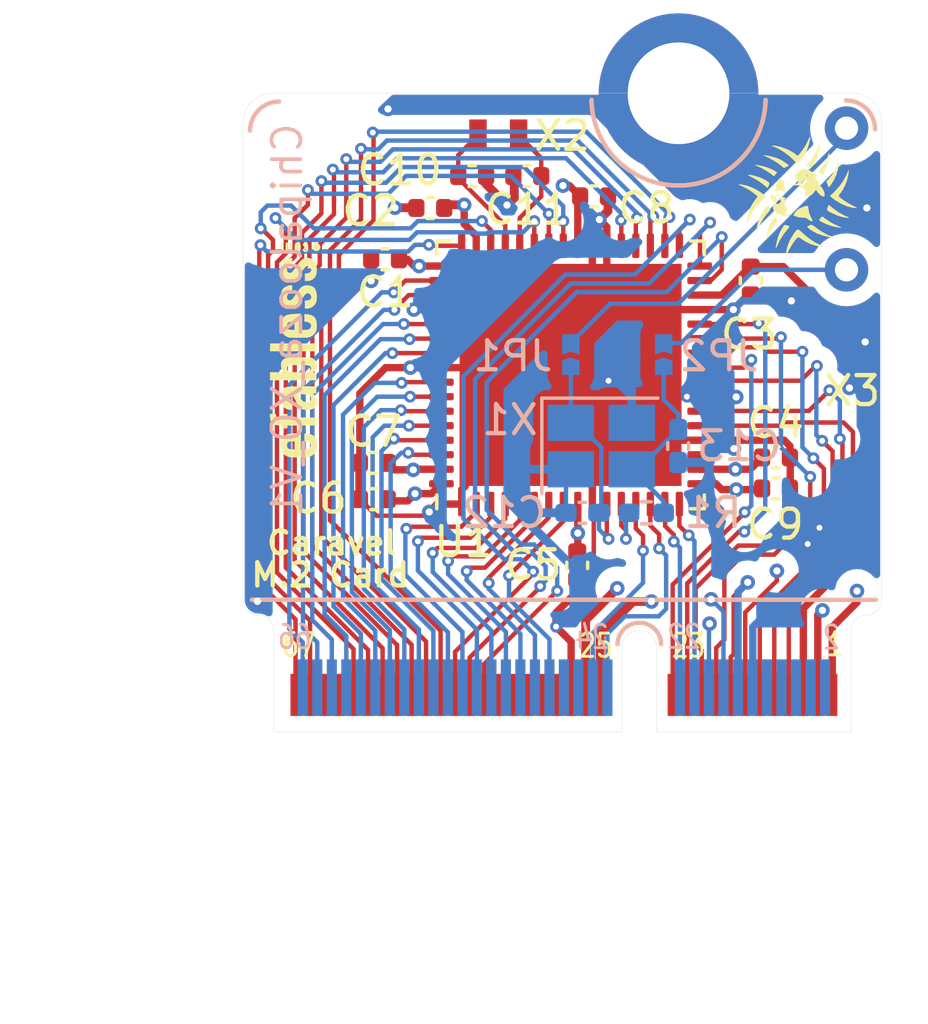
<source format=kicad_pcb>
(kicad_pcb (version 20240108) (generator "pcbnew") (generator_version "8.0")
  (title_block (title "Caravel Breakout board as M.2 Card ") (rev "1") (company "Efabless") (comment 1 "4-layer Design") (comment 2 "0.8mm PCB") (comment 3 "45 degree chamfered edge"))
  (layers (0 "F.Cu" signal) (1 "In1.Cu" power) (2 "In2.Cu" mixed) (31 "B.Cu" signal) (34 "B.Paste" user) (35 "F.Paste" user) (36 "B.SilkS" user "B.Silkscreen") (37 "F.SilkS" user "F.Silkscreen") (38 "B.Mask" user) (39 "F.Mask" user) (44 "Edge.Cuts" user))
  (net 0 "")
  (net 1 "GND")
  (net 2 "vccd2")
  (net 3 "vccd1")
  (net 4 "vdda2")
  (net 5 "vdda1")
  (net 6 "vddio")
  (net 7 "vdda")
  (net 8 "vccd")
  (net 14 "~{RST}")
  (net 15 "mprj_io[37]")
  (net 16 "xclk")
  (net 17 "mprj_io[36]")
  (net 18 "Caravel_CSB")
  (net 19 "mprj_io[35]")
  (net 20 "Caravel_D0")
  (net 21 "mprj_io[34]")
  (net 22 "Caravel_D1")
  (net 23 "gpio")
  (net 24 "Caravel_SCK")
  (net 25 "mprj_io[33]")
  (net 26 "mprj_io[32]")
  (net 28 "mprj_io[31]")
  (net 30 "mprj_io[30]")
  (net 32 "mprj_io[29]")
  (net 34 "mprj_io[28]")
  (net 36 "mprj_io[27]")
  (net 37 "mprj_io[0]")
  (net 38 "mprj_io[26]")
  (net 39 "mprj_io[1]_SDO")
  (net 40 "mprj_io[25]")
  (net 41 "mprj_io[2]_SDI")
  (net 42 "mprj_io[24]")
  (net 43 "mprj_io[3]_CSB")
  (net 44 "mprj_io[23]")
  (net 45 "mprj_io[4]_SCK")
  (net 46 "mprj_io[22]")
  (net 47 "mprj_io[5]_ser_rx")
  (net 48 "mprj_io[21]")
  (net 49 "mprj_io[6]_ser_tx")
  (net 50 "mprj_io[20]")
  (net 51 "mprj_io[7]")
  (net 52 "mprj_io[19]")
  (net 53 "mprj_io[8]")
  (net 54 "mprj_io[18]")
  (net 55 "mprj_io[9]")
  (net 56 "mprj_io[17]")
  (net 57 "mprj_io[10]")
  (net 58 "mprj_io[16]")
  (net 59 "mprj_io[11]")
  (net 60 "mprj_io[15]")
  (net 61 "mprj_io[12]")
  (net 62 "mprj_io[14]")
  (net 63 "mprj_io[13]")
  (net 69 "/hsxo_drive")
  (net 70 "/xin_lead")
  (net 71 "/xout_lead")
  (footprint "Capacitor_SMD:C_0402_1005Metric" (layer "F.Cu") (at 74.538729 24.053049)
    (property "Reference" "C8")
    (property "Value" "0.1uf")
  )
  (footprint "Capacitor_SMD:C_0402_1005Metric" (layer "F.Cu") (at 80.808729 34.113049 180)
    (property "Reference" "C9")
    (property "Value" "0.1uf")
  )
  (footprint "Capacitor_SMD:C_0402_1005Metric" (layer "F.Cu") (at 66.948729 34.483049)
    (property "Reference" "C6")
    (property "Value" "0.1uf")
  )
  (footprint "Capacitor_SMD:C_0402_1005Metric" (layer "F.Cu") (at 67.338729 26.223049)
    (property "Reference" "C1")
    (property "Value" "0.1uf")
  )
  (footprint "Capacitor_SMD:C_0402_1005Metric" (layer "F.Cu") (at 68.895129 24.453049 180)
    (property "Reference" "C2")
    (property "Value" "0.1uf")
  )
  (footprint "Capacitor_SMD:C_0402_1005Metric" (layer "F.Cu") (at 72.238729 23.353049 180)
    (property "Reference" "C11")
    (property "Value" "DNP")
  )
  (footprint "Caravel_Board:logo_small" (layer "F.Cu") (at 81.538729 24.053049)
    (property "Reference" "T1" (hide yes))
    (property "Value" "Logo" (hide yes))
  )
  (footprint "Capacitor_SMD:C_0402_1005Metric" (layer "F.Cu") (at 66.948729 33.233049)
    (property "Reference" "C7")
    (property "Value" "0.1uf")
  )
  (footprint "Caravel_Board:ef_logo" (layer "F.Cu") (at 64.238729 29.403049 90)
    (property "Reference" "T2" (hide yes))
    (property "Value" "Logo" (hide yes))
  )
  (footprint "Capacitor_SMD:C_0402_1005Metric" (layer "F.Cu") (at 79.938729 26.953049 -90)
    (property "Reference" "C3")
    (property "Value" "0.1uf")
  )
  (footprint "Package_DFN_QFN:QFN-64-1EP_9x9mm_P0.5mm_EP7.65x7.65mm" (layer "F.Cu") (at 73.728729 30.203049 90)
    (property "Reference" "U1")
    (property "Value" "Caravel")
  )
  (footprint "Capacitor_SMD:C_0402_1005Metric" (layer "F.Cu") (at 73.958729 36.763049 90)
    (property "Reference" "C5")
    (property "Value" "0.1uf")
  )
  (footprint "MicroMod-Sparkfun:MicroMod-M.2-CARD-E-22" (layer "F.Cu") (at 73.5 42.5)
    (property "Reference" "J1")
    (property "Value" "MICROMOD-2222-Generic")
    (fp_line (start -11.05 -21) (end -11.05 -4.55) (stroke (width 0.01)) (layer "Edge.Cuts"))
    (fp_line (start -10 0) (end -10 -3.5) (stroke (width 0.01)) (layer "Edge.Cuts"))
    (fp_line (start 2 -2.9) (end 2 0) (stroke (width 0.01)) (layer "Edge.Cuts"))
    (fp_line (start 2 0) (end -10 0) (stroke (width 0.01)) (layer "Edge.Cuts"))
    (fp_line (start 2.2 -22) (end -10.05 -22) (stroke (width 0.01)) (layer "Edge.Cuts"))
    (fp_line (start 3.2 -2.9) (end 3.2 0) (stroke (width 0.01)) (layer "Edge.Cuts"))
    (fp_line (start 9.9 -3.5) (end 9.9 0) (stroke (width 0.01)) (layer "Edge.Cuts"))
    (fp_line (start 9.9 0) (end 3.2 0) (stroke (width 0.01)) (layer "Edge.Cuts"))
    (fp_line (start 9.95 -22) (end 5.7 -22) (stroke (width 0.01)) (layer "Edge.Cuts"))
    (fp_line (start 10.95 -21) (end 10.95 -4.55) (stroke (width 0.01)) (layer "Edge.Cuts"))
    (fp_arc (start -11.05 -21) (mid -10.757106 -21.707106) (end -10.05 -22) (stroke (width 0.01)) (layer "Edge.Cuts"))
    (fp_arc (start -10.525 -4.025) (mid -10.896231 -4.178769) (end -11.05 -4.55) (stroke (width 0.01)) (layer "Edge.Cuts"))
    (fp_arc (start -10.525 -4.025) (mid -10.153769 -3.871231) (end -10 -3.5) (stroke (width 0.01)) (layer "Edge.Cuts"))
    (fp_arc (start 2 -2.9) (mid 2.6 -3.5) (end 3.2 -2.9) (stroke (width 0.01)) (layer "Edge.Cuts"))
    (fp_arc (start 5.7 -22) (mid 3.95 -20.25) (end 2.2 -22) (stroke (width 0.01)) (layer "Edge.Cuts"))
    (fp_arc (start 9.9 -3.5) (mid 10.053769 -3.871231) (end 10.425 -4.025) (stroke (width 0.01)) (layer "Edge.Cuts"))
    (fp_arc (start 9.95 -22) (mid 10.657107 -21.707107) (end 10.95 -21) (stroke (width 0.01)) (layer "Edge.Cuts"))
    (fp_arc (start 10.95 -4.55) (mid 10.796231 -4.178769) (end 10.425 -4.025) (stroke (width 0.01)) (layer "Edge.Cuts"))
  )
  (footprint "Capacitor_SMD:C_0402_1005Metric" (layer "F.Cu") (at 70.338729 23.353049 180)
    (property "Reference" "C10")
    (property "Value" "DNP")
  )
  (footprint "Crystal:Crystal_HC49-U_Vertical" (layer "F.Cu") (at 83.238729 21.703049 -90)
    (property "Reference" "X3")
    (property "Value" "4~6 MHz")
  )
  (footprint "Capacitor_SMD:C_0402_1005Metric" (layer "F.Cu") (at 80.808729 33.046249 180)
    (property "Reference" "C4")
    (property "Value" "0.1uf")
  )
  (footprint "Crystal:Crystal_SMD_2012-2Pin_2.0x1.2mm" (layer "F.Cu") (at 71.238729 21.953049)
    (property "Reference" "X2")
    (property "Value" "32.768 kHz")
  )
  (footprint "Fuse:Fuse_0402_1005Metric" (layer "B.Cu") (at 76.938729 29.553049 -90)
    (property "Reference" "JP2")
    (property "Value" "Jumper_2_Small_Open" (hide yes))
  )
  (footprint "Fuse:Fuse_0402_1005Metric" (layer "B.Cu") (at 73.738729 29.553049 -90)
    (property "Reference" "JP1")
    (property "Value" "Jumper_2_Small_Open" (hide yes))
  )
  (footprint "Capacitor_SMD:C_0402_1005Metric_Pad0.74x0.62mm_HandSolder" (layer "B.Cu") (at 77.438729 32.653049 -90)
    (property "Reference" "C13")
    (property "Value" "DNP")
  )
  (footprint "Crystal:Crystal_SMD_3225-4Pin_3.2x2.5mm" (layer "B.Cu") (at 74.788729 32.653049)
    (property "Reference" "X1")
    (property "Value" "8~16 MHz")
  )
  (footprint "Resistor_SMD:R_0402_1005Metric_Pad0.72x0.64mm_HandSolder" (layer "B.Cu") (at 76.338729 34.953049 180)
    (property "Reference" "R1")
    (property "Value" "DNP")
  )
  (footprint "Capacitor_SMD:C_0402_1005Metric_Pad0.74x0.62mm_HandSolder" (layer "B.Cu") (at 74.138729 34.953049)
    (property "Reference" "C12")
    (property "Value" "DNP")
  )
  (gr_text "Chipalooza_XO_V1" (at 64.55 21.45 90) (layer "B.SilkS") (effects (font (size 1 1) (thickness 0.127) (bold yes)) (justify left bottom mirror)))
  (gr_text "M.2 Card" (at 65.448729 37.093049 0) (layer "F.SilkS") (effects (font (size 0.8 0.8) (thickness 0.15) (bold yes))))
  (gr_text "Caravel" (at 65.508729 35.993049 0) (layer "F.SilkS") (effects (font (size 0.8 0.8) (thickness 0.15) (bold yes))))
  (segment (start 67.038729 35.053049) (end 68.728729 35.053049) (width 0.1524) (layer "F.Cu") (net 1))
  (segment (start 74.978729 25.106206) (end 74.978729 25.753049) (width 0.254) (layer "F.Cu") (net 1))
  (segment (start 80.288729 27.433049) (end 80.488729 27.633049) (width 0.254) (layer "F.Cu") (net 1))
  (segment (start 79.338729 27.953049) (end 79.858729 27.433049) (width 0.254) (layer "F.Cu") (net 1))
  (segment (start 66.858729 26.223049) (end 66.858729 26.963049) (width 0.254) (layer "F.Cu") (net 1))
  (segment (start 79.858729 27.433049) (end 80.288729 27.433049) (width 0.254) (layer "F.Cu") (net 1))
  (segment (start 78.178729 27.953049) (end 75.978729 27.953049) (width 0.254) (layer "F.Cu") (net 1))
  (segment (start 74.478729 34.653049) (end 74.478729 30.953049) (width 0.254) (layer "F.Cu") (net 1))
  (segment (start 73.228729 38.874349) (end 73.74892 39.39454) (width 0.254) (layer "F.Cu") (net 1))
  (segment (start 69.128729 34.653049) (end 68.858729 34.923049) (width 0.254) (layer "F.Cu") (net 1))
  (segment (start 73.958729 37.663049) (end 73.958729 37.243049) (width 0.254) (layer "F.Cu") (net 1))
  (segment (start 71.538729 24.353049) (end 71.790729 24.101049) (width 0.3048) (layer "F.Cu") (net 1))
  (segment (start 81.338729 27.653049) (end 80.508729 27.653049) (width 0.254) (layer "F.Cu") (net 1))
  (segment (start 78.178729 32.453049) (end 75.978729 32.453049) (width 0.254) (layer "F.Cu") (net 1))
  (segment (start 67.358729 29.953049) (end 68.208729 29.953049) (width 0.254) (layer "F.Cu") (net 1))
  (segment (start 74.978729 25.753049) (end 74.978729 28.953049) (width 0.254) (layer "F.Cu") (net 1))
  (segment (start 74.528729 36.673049) (end 73.958729 37.243049) (width 0.1524) (layer "F.Cu") (net 1))
  (segment (start 79.068729 32.453049) (end 78.178729 32.453049) (width 0.254) (layer "F.Cu") (net 1))
  (segment (start 66.468729 34.483049) (end 67.038729 35.053049) (width 0.1524) (layer "F.Cu") (net 1))
  (segment (start 71.538729 24.353049) (end 70.818729 23.633049) (width 0.3048) (layer "F.Cu") (net 1))
  (segment (start 78.178729 30.953049) (end 74.478729 30.953049) (width 0.254) (layer "F.Cu") (net 1))
  (segment (start 79.438729 30.963049) (end 79.428729 30.953049) (width 0.254) (layer "F.Cu") (net 1))
  (segment (start 69.278729 27.953049) (end 68.328729 27.953049) (width 0.254) (layer "F.Cu") (net 1))
  (segment (start 75.018729 24.55647) (end 74.723861 24.851338) (width 0.3048) (layer "F.Cu") (net 1))
  (segment (start 71.790729 24.101049) (end 71.790729 23.385049) (width 0.3048) (layer "F.Cu") (net 1))
  (segment (start 74.47175 25.103449) (end 74.47175 25.74607) (width 0.254) (layer "F.Cu") (net 1))
  (segment (start 81.088729 32.453049) (end 81.288729 32.653049) (width 0.254) (layer "F.Cu") (net 1))
  (segment (start 75.018729 24.053049) (end 75.018729 24.55647) (width 0.3048) (layer "F.Cu") (net 1))
  (segment (start 69.278729 29.953049) (end 68.208729 29.953049) (width 0.254) (layer "F.Cu") (net 1))
  (segment (start 69.978729 34.653049) (end 69.978729 34.156249) (width 0.254) (layer "F.Cu") (net 1))
  (segment (start 79.338729 27.953049) (end 78.178729 27.953049) (width 0.254) (layer "F.Cu") (net 1))
  (segment (start 73.74892 39.39454) (end 73.74892 41.22746) (width 0.254) (layer "F.Cu") (net 1))
  (segment (start 79.358729 32.743049) (end 79.068729 32.453049) (width 0.254) (layer "F.Cu") (net 1))
  (segment (start 74.723861 24.851338) (end 74.978729 25.106206) (width 0.254) (layer "F.Cu") (net 1))
  (segment (start 70.818729 23.633049) (end 70.818729 23.353049) (width 0.3048) (layer "F.Cu") (net 1))
  (segment (start 73.228729 38.874349) (end 73.228729 38.393049) (width 0.254) (layer "F.Cu") (net 1))
  (segment (start 68.728729 35.053049) (end 68.858729 34.923049) (width 0.1524) (layer "F.Cu") (net 1))
  (segment (start 69.278729 27.953049) (end 71.478729 27.953049) (width 0.254) (layer "F.Cu") (net 1))
  (segment (start 74.47175 25.74607) (end 74.478729 25.753049) (width 0.254) (layer "F.Cu") (net 1))
  (segment (start 81.298729 34.126449) (end 81.298729 33.059649) (width 0.254) (layer "F.Cu") (net 1))
  (segment (start 69.278729 29.953049) (end 73.478729 29.953049) (width 0.254) (layer "F.Cu") (net 1))
  (segment (start 78.678729 32.453049) (end 81.088729 32.453049) (width 0.254) (layer "F.Cu") (net 1))
  (segment (start 69.978729 34.156249) (end 70.096529 34.038449) (width 0.254) (layer "F.Cu") (net 1))
  (segment (start 67.675929 24.445449) (end 68.407529 24.445449) (width 0.3048) (layer "F.Cu") (net 1))
  (segment (start 74.528729 34.703049) (end 74.528729 36.673049) (width 0.1524) (layer "F.Cu") (net 1))
  (segment (start 81.288729 32.653049) (end 81.288729 33.046249) (width 0.254) (layer "F.Cu") (net 1))
  (segment (start 73.228729 38.393049) (end 73.958729 37.663049) (width 0.254) (layer "F.Cu") (net 1))
  (segment (start 66.438729 33.263049) (end 66.438729 34.393049) (width 0.254) (layer "F.Cu") (net 1))
  (segment (start 69.978729 34.653049) (end 69.128729 34.653049) (width 0.254) (layer "F.Cu") (net 1))
  (segment (start 66.468729 33.233049) (end 66.468729 30.843049) (width 0.254) (layer "F.Cu") (net 1))
  (segment (start 74.478729 25.753049) (end 74.478729 29.453049) (width 0.254) (layer "F.Cu") (net 1))
  (segment (start 66.468729 30.843049) (end 67.358729 29.953049) (width 0.254) (layer "F.Cu") (net 1))
  (segment (start 74.723861 24.851338) (end 74.47175 25.103449) (width 0.254) (layer "F.Cu") (net 1))
  (segment (start 79.428729 30.953049) (end 78.178729 30.953049) (width 0.254) (layer "F.Cu") (net 1))
  (via (at 67.438729 21.041849) (size 0.5) (drill 0.25) (layers "F.Cu" "B.Cu") (net 1))
  (via (at 73.228729 38.874349) (size 0.4064) (drill 0.2032) (layers "F.Cu" "B.Cu") (net 1))
  (via (at 78.518729 38.771049) (size 0.5) (drill 0.25) (layers "F.Cu" "B.Cu") (net 1))
  (via (at 74.723861 24.851338) (size 0.5) (drill 0.25) (layers "F.Cu" "B.Cu") (net 1))
  (via (at 79.338729 27.953049) (size 0.5) (drill 0.25) (layers "F.Cu" "B.Cu") (net 1))
  (via (at 83.881129 29.068249) (size 0.5) (drill 0.25) (layers "F.Cu" "B.Cu") (net 1))
  (via (at 75.038729 30.403049) (size 0.4064) (drill 0.2032) (layers "F.Cu" "B.Cu") (net 1))
  (via (at 82.306329 35.469049) (size 0.4064) (drill 0.2032) (layers "F.Cu" "B.Cu") (net 1))
  (via (at 62.938729 38.003049) (size 0.5) (drill 0.25) (layers "F.Cu" "B.Cu") (net 1))
  (via (at 79.358729 32.743049) (size 0.5) (drill 0.25) (layers "F.Cu" "B.Cu") (net 1))
  (via (at 81.899929 36.027849) (size 0.4064) (drill 0.2032) (layers "F.Cu" "B.Cu") (net 1))
  (via (at 83.938729 24.453049) (size 0.5) (drill 0.25) (layers "F.Cu" "B.Cu") (net 1))
  (via (at 83.338729 30.653049) (size 0.5) (drill 0.25) (layers "F.Cu" "B.Cu") (net 1))
  (via (at 81.338729 27.653049) (size 0.5) (drill 0.25) (layers "F.Cu" "B.Cu") (net 1))
  (via (at 67.675929 24.445449) (size 0.5) (drill 0.25) (layers "F.Cu" "B.Cu") (net 1))
  (via (at 71.538729 24.353049) (size 0.5) (drill 0.25) (layers "F.Cu" "B.Cu") (net 1))
  (via (at 68.328729 27.953049) (size 0.5) (drill 0.25) (layers "F.Cu" "B.Cu") (net 1))
  (via (at 68.208729 29.953049) (size 0.5) (drill 0.25) (layers "F.Cu" "B.Cu") (net 1))
  (via (at 79.438729 30.963049) (size 0.5) (drill 0.25) (layers "F.Cu" "B.Cu") (net 1))
  (via (at 66.858729 26.963049) (size 0.5) (drill 0.25) (layers "F.Cu" "B.Cu") (net 1))
  (via (at 68.858729 34.923049) (size 0.5) (drill 0.25) (layers "F.Cu" "B.Cu") (net 1))
  (via (at 77.738729 30.953049) (size 0.4064) (drill 0.2032) (layers "F.Cu" "B.Cu") (net 1))
  (segment (start 78.038729 29.563049) (end 79.438729 30.963049) (width 0.254) (layer "B.Cu") (net 1))
  (segment (start 73.571229 34.953049) (end 72.438729 34.953049) (width 0.3048) (layer "B.Cu") (net 1))
  (segment (start 73.571229 34.953049) (end 73.571229 33.620549) (width 0.1524) (layer "B.Cu") (net 1))
  (segment (start 78.748729 32.743049) (end 79.358729 32.743049) (width 0.3048) (layer "B.Cu") (net 1))
  (segment (start 72.338729 35.053049) (end 72.338729 35.353049) (width 0.3048) (layer "B.Cu") (net 1))
  (segment (start 79.338729 27.953049) (end 78.038729 29.253049) (width 0.254) (layer "B.Cu") (net 1))
  (segment (start 77.438729 33.220549) (end 78.271229 33.220549) (width 0.3048) (layer "B.Cu") (net 1))
  (segment (start 73.838729 38.264349) (end 73.228729 38.874349) (width 0.3048) (layer "B.Cu") (net 1))
  (segment (start 81.899929 36.993049) (end 80.00986 38.883118) (width 0.254) (layer "B.Cu") (net 1))
  (segment (start 73.838729 36.853049) (end 73.838729 38.264349) (width 0.3048) (layer "B.Cu") (net 1))
  (segment (start 78.518729 38.771049) (end 78.49872 38.791058) (width 0.1524) (layer "B.Cu") (net 1))
  (segment (start 78.271229 33.220549) (end 78.748729 32.743049) (width 0.3048) (layer "B.Cu") (net 1))
  (segment (start 78.49872 38.791058) (end 78.49872 40.976) (width 0.1524) (layer "B.Cu") (net 1))
  (segment (start 75.313729 30.403049) (end 75.038729 30.403049) (width 0.3048) (layer "B.Cu") (net 1))
  (segment (start 81.899929 36.027849) (end 81.899929 36.993049) (width 0.254) (layer "B.Cu") (net 1))
  (segment (start 78.038729 29.253049) (end 78.038729 29.563049) (width 0.254) (layer "B.Cu") (net 1))
  (segment (start 72.338729 35.353049) (end 73.838729 36.853049) (width 0.3048) (layer "B.Cu") (net 1))
  (segment (start 79.638729 27.653049) (end 81.338729 27.653049) (width 0.254) (layer "B.Cu") (net 1))
  (segment (start 75.838729 30.928049) (end 75.313729 30.403049) (width 0.3048) (layer "B.Cu") (net 1))
  (segment (start 80.00986 38.883118) (end 80.00986 40.206) (width 0.254) (layer "B.Cu") (net 1))
  (segment (start 79.338729 27.953049) (end 79.638729 27.653049) (width 0.254) (layer "B.Cu") (net 1))
  (segment (start 77.438729 33.220549) (end 77.438729 33.053049) (width 0.1524) (layer "B.Cu") (net 1))
  (segment (start 75.838729 31.853049) (end 75.838729 30.928049) (width 0.3048) (layer "B.Cu") (net 1))
  (segment (start 72.438729 34.953049) (end 72.338729 35.053049) (width 0.3048) (layer "B.Cu") (net 1))
  (segment (start 73.571229 33.620549) (end 73.738729 33.453049) (width 0.3048) (layer "B.Cu") (net 1))
  (segment (start 83.598729 37.646308) (end 83.598729 38.037449) (width 0.254) (layer "F.Cu") (net 2))
  (segment (start 68.308729 33.473049) (end 67.668729 33.473049) (width 0.254) (layer "F.Cu") (net 2))
  (segment (start 69.278729 33.453049) (end 68.328729 33.453049) (width 0.254) (layer "F.Cu") (net 2))
  (segment (start 83.598729 38.037449) (end 82.74814 38.888038) (width 0.254) (layer "F.Cu") (net 2))
  (segment (start 68.328729 33.453049) (end 68.308729 33.473049) (width 0.254) (layer "F.Cu") (net 2))
  (segment (start 67.668729 33.473049) (end 67.408729 33.213049) (width 0.254) (layer "F.Cu") (net 2))
  (segment (start 82.74814 38.888038) (end 82.74814 41.22746) (width 0.254) (layer "F.Cu") (net 2))
  (via (at 83.598729 37.646308) (size 0.5) (drill 0.25) (layers "F.Cu" "B.Cu") (net 2))
  (via (at 68.308729 33.473049) (size 0.5) (drill 0.25) (layers "F.Cu" "B.Cu") (net 2))
  (segment (start 68.338729 26.453049) (end 68.108729 26.223049) (width 0.254) (layer "F.Cu") (net 3))
  (segment (start 74.2493 38.642478) (end 74.2493 41.22746) (width 0.3048) (layer "F.Cu") (net 3))
  (segment (start 75.338729 37.553049) (end 74.2493 38.642478) (width 0.3048) (layer "F.Cu") (net 3))
  (segment (start 68.508729 26.453049) (end 68.338729 26.453049) (width 0.254) (layer "F.Cu") (net 3))
  (segment (start 68.108729 26.223049) (end 67.818729 26.223049) (width 0.254) (layer "F.Cu") (net 3))
  (segment (start 68.508729 26.453049) (end 69.278729 26.453049) (width 0.254) (layer "F.Cu") (net 3))
  (via (at 68.508729 26.453049) (size 0.5) (drill 0.25) (layers "F.Cu" "B.Cu") (net 3))
  (via (at 75.338729 37.553049) (size 0.5) (drill 0.25) (layers "F.Cu" "B.Cu") (net 3))
  (segment (start 80.838729 37.293049) (end 79.7484 38.383378) (width 0.1524) (layer "F.Cu") (net 4))
  (segment (start 80.838729 36.953049) (end 80.838729 37.293049) (width 0.1524) (layer "F.Cu") (net 4))
  (segment (start 73.978729 35.653049) (end 73.978729 36.263049) (width 0.254) (layer "F.Cu") (net 4))
  (segment (start 73.978729 35.653049) (end 73.978729 34.653049) (width 0.254) (layer "F.Cu") (net 4))
  (segment (start 79.7484 38.383378) (end 79.7484 41.22746) (width 0.1524) (layer "F.Cu") (net 4))
  (via (at 73.978729 35.653049) (size 0.5) (drill 0.25) (layers "F.Cu" "B.Cu") (net 4))
  (via (at 80.838729 36.953049) (size 0.5) (drill 0.25) (layers "F.Cu" "B.Cu") (net 4))
  (segment (start 73.689129 23.683449) (end 74.058729 24.053049) (width 0.254) (layer "F.Cu") (net 5))
  (segment (start 69.484329 24.343849) (end 70.063529 24.343849) (width 0.3048) (layer "F.Cu") (net 5))
  (segment (start 74.74968 39.142098) (end 74.74968 41.22746) (width 0.3048) (layer "F.Cu") (net 5))
  (segment (start 73.978729 25.753049) (end 73.978729 24.133049) (width 0.254) (layer "F.Cu") (net 5))
  (segment (start 73.467129 23.683449) (end 73.689129 23.683449) (width 0.254) (layer "F.Cu") (net 5))
  (segment (start 75.882729 38.009049) (end 74.74968 39.142098) (width 0.3048) (layer "F.Cu") (net 5))
  (segment (start 76.515129 38.009049) (end 75.882729 38.009049) (width 0.3048) (layer "F.Cu") (net 5))
  (segment (start 70.063529 24.343849) (end 70.063529 25.004249) (width 0.254) (layer "F.Cu") (net 5))
  (segment (start 70.158729 25.099449) (end 70.163539 25.099449) (width 0.254) (layer "F.Cu") (net 5))
  (segment (start 70.478729 25.414639) (end 70.478729 25.753049) (width 0.254) (layer "F.Cu") (net 5))
  (segment (start 70.063529 25.004249) (end 70.158729 25.099449) (width 0.254) (layer "F.Cu") (net 5))
  (segment (start 70.163539 25.099449) (end 70.478729 25.414639) (width 0.254) (layer "F.Cu") (net 5))
  (via (at 76.515129 38.009049) (size 0.5) (drill 0.25) (layers "F.Cu" "B.Cu") (net 5))
  (via (at 73.467129 23.683449) (size 0.5) (drill 0.25) (layers "F.Cu" "B.Cu") (net 5))
  (via (at 70.063529 24.343849) (size 0.5) (drill 0.25) (layers "F.Cu" "B.Cu") (net 5))
  (segment (start 68.118729 34.543049) (end 67.548729 34.543049) (width 0.254) (layer "F.Cu") (net 6))
  (segment (start 79.438729 34.153049) (end 80.288729 34.153049) (width 0.254) (layer "F.Cu") (net 6))
  (segment (start 68.368729 34.293049) (end 68.118729 34.543049) (width 0.254) (layer "F.Cu") (net 6))
  (segment (start 78.938729 34.153049) (end 78.738729 33.953049) (width 0.254) (layer "F.Cu") (net 6))
  (segment (start 68.368729 34.293049) (end 68.938729 34.293049) (width 0.254) (layer "F.Cu") (net 6))
  (segment (start 79.438729 34.153049) (end 78.938729 34.153049) (width 0.254) (layer "F.Cu") (net 6))
  (segment (start 68.938729 34.293049) (end 69.278729 33.953049) (width 0.254) (layer "F.Cu") (net 6))
  (segment (start 82.24776 38.474018) (end 82.24776 41.22746) (width 0.254) (layer "F.Cu") (net 6))
  (segment (start 78.738729 33.953049) (end 78.178729 33.953049) (width 0.254) (layer "F.Cu") (net 6))
  (segment (start 82.407929 38.313849) (end 82.24776 38.474018) (width 0.254) (layer "F.Cu") (net 6))
  (via (at 82.407929 38.313849) (size 0.5) (drill 0.25) (layers "F.Cu" "B.Cu") (net 6))
  (via (at 79.438729 34.153049) (size 0.5) (drill 0.25) (layers "F.Cu" "B.Cu") (net 6))
  (via (at 68.368729 34.293049) (size 0.5) (drill 0.25) (layers "F.Cu" "B.Cu") (net 6))
  (via (at 78.572529 37.932849) (size 0.5) (drill 0.25) (layers "F.Cu" "B.Cu") (net 6))
  (segment (start 78.9991 38.35942) (end 78.9991 40.976) (width 0.1524) (layer "B.Cu") (net 6))
  (segment (start 78.572529 37.932849) (end 78.9991 38.35942) (width 0.1524) (layer "B.Cu") (net 6))
  (segment (start 78.178729 27.453049) (end 78.938729 27.453049) (width 0.254) (layer "F.Cu") (net 7))
  (segment (start 82.738729 28.853049) (end 82.738729 28.153049) (width 0.254) (layer "F.Cu") (net 7))
  (segment (start 82.738729 28.153049) (end 81.058729 26.473049) (width 0.254) (layer "F.Cu") (net 7))
  (segment (start 81.74992 38.246258) (end 83.881129 36.115049) (width 0.254) (layer "F.Cu") (net 7))
  (segment (start 83.881129 36.115049) (end 83.881129 29.995449) (width 0.254) (layer "F.Cu") (net 7))
  (segment (start 81.74992 41.22746) (end 81.74992 38.246258) (width 0.254) (layer "F.Cu") (net 7))
  (segment (start 83.881129 29.995449) (end 82.738729 28.853049) (width 0.254) (layer "F.Cu") (net 7))
  (segment (start 81.058729 26.473049) (end 79.938729 26.473049) (width 0.254) (layer "F.Cu") (net 7))
  (segment (start 78.938729 27.453049) (end 79.918729 26.473049) (width 0.254) (layer "F.Cu") (net 7))
  (segment (start 79.348729 39.822259) (end 79.24802 39.922968) (width 0.1524) (layer "F.Cu") (net 8))
  (segment (start 79.921929 33.453049) (end 80.328729 33.046249) (width 0.254) (layer "F.Cu") (net 8))
  (segment (start 79.24802 39.922968) (end 79.24802 41.22746) (width 0.1524) (layer "F.Cu") (net 8))
  (segment (start 78.178729 33.453049) (end 79.921929 33.453049) (width 0.254) (layer "F.Cu") (net 8))
  (segment (start 79.348729 37.833049) (end 79.348729 39.822259) (width 0.1524) (layer "F.Cu") (net 8))
  (segment (start 79.833729 37.348049) (end 79.348729 37.833049) (width 0.1524) (layer "F.Cu") (net 8))
  (via (at 79.833729 37.348049) (size 0.5) (drill 0.25) (layers "F.Cu" "B.Cu") (net 8))
  (via (at 79.408729 33.453049) (size 0.5) (drill 0.25) (layers "F.Cu" "B.Cu") (net 8))
  (segment (start 79.49948 37.682298) (end 79.49948 40.976) (width 0.254) (layer "B.Cu") (net 8))
  (segment (start 79.833729 37.348049) (end 79.49948 37.682298) (width 0.254) (layer "B.Cu") (net 8))
  (segment (start 81.048729 31.843049) (end 83.138729 31.843049) (width 0.1524) (layer "F.Cu") (net 14))
  (segment (start 83.458729 36.103049) (end 81.24954 38.312238) (width 0.1524) (layer "F.Cu") (net 14))
  (segment (start 83.138729 31.843049) (end 83.458729 32.163049) (width 0.1524) (layer "F.Cu") (net 14))
  (segment (start 83.458729 32.163049) (end 83.458729 36.103049) (width 0.1524) (layer "F.Cu") (net 14))
  (segment (start 81.24954 38.312238) (end 81.24954 41.22746) (width 0.1524) (layer "F.Cu") (net 14))
  (segment (start 78.178729 31.953049) (end 80.938729 31.953049) (width 0.1524) (layer "F.Cu") (net 14))
  (segment (start 80.938729 31.953049) (end 81.048729 31.843049) (width 0.1524) (layer "F.Cu") (net 14))
  (segment (start 77.478729 35.403608) (end 77.478729 34.793049) (width 0.1524) (layer "F.Cu") (net 15))
  (segment (start 77.801662 35.726541) (end 77.478729 35.403608) (width 0.1524) (layer "F.Cu") (net 15))
  (via (at 77.801662 35.726541) (size 0.4064) (drill 0.2032) (layers "F.Cu" "B.Cu") (net 15))
  (segment (start 77.99834 35.923219) (end 77.99834 40.976) (width 0.1524) (layer "B.Cu") (net 15))
  (segment (start 77.801662 35.726541) (end 77.99834 35.923219) (width 0.1524) (layer "B.Cu") (net 15))
  (segment (start 82.648729 30.733049) (end 81.938729 31.443049) (width 0.1524) (layer "F.Cu") (net 16))
  (segment (start 83.098729 36.063049) (end 80.74916 38.412618) (width 0.1524) (layer "F.Cu") (net 16))
  (segment (start 83.098729 32.493049) (end 83.098729 36.063049) (width 0.1524) (layer "F.Cu") (net 16))
  (segment (start 80.74916 38.412618) (end 80.74916 41.22746) (width 0.1524) (layer "F.Cu") (net 16))
  (segment (start 81.938729 31.443049) (end 78.188729 31.443049) (width 0.1524) (layer "F.Cu") (net 16))
  (segment (start 83.008729 32.403049) (end 83.098729 32.493049) (width 0.1524) (layer "F.Cu") (net 16))
  (via (at 83.008729 32.403049) (size 0.4064) (drill 0.2032) (layers "F.Cu" "B.Cu") (net 16))
  (via (at 82.648729 30.733049) (size 0.4064) (drill 0.2032) (layers "F.Cu" "B.Cu") (net 16))
  (segment (start 83.008729 32.403049) (end 83.008729 31.093049) (width 0.1524) (layer "B.Cu") (net 16))
  (segment (start 83.008729 31.093049) (end 82.648729 30.733049) (width 0.1524) (layer "B.Cu") (net 16))
  (segment (start 77.28668 35.943459) (end 77.28668 35.709054) (width 0.1524) (layer "F.Cu") (net 17))
  (segment (start 76.988729 35.411103) (end 76.988729 34.663049) (width 0.1524) (layer "F.Cu") (net 17))
  (segment (start 77.28668 35.709054) (end 76.988729 35.411103) (width 0.1524) (layer "F.Cu") (net 17))
  (via (at 77.28668 35.943459) (size 0.4064) (drill 0.2032) (layers "F.Cu" "B.Cu") (net 17))
  (segment (start 77.49796 36.154739) (end 77.49796 40.976) (width 0.1524) (layer "B.Cu") (net 17))
  (segment (start 77.28668 35.943459) (end 77.49796 36.154739) (width 0.1524) (layer "B.Cu") (net 17))
  (segment (start 82.168729 29.893049) (end 81.659229 30.402549) (width 0.1524) (layer "F.Cu") (net 18))
  (segment (start 78.229229 30.402549) (end 78.178729 30.453049) (width 0.1524) (layer "F.Cu") (net 18))
  (segment (start 82.398729 32.473049) (end 82.758729 32.833049) (width 0.1524) (layer "F.Cu") (net 18))
  (segment (start 80.24878 38.442998) (end 80.24878 41.22746) (width 0.1524) (layer "F.Cu") (net 18))
  (segment (start 81.659229 30.402549) (end 78.229229 30.402549) (width 0.1524) (layer "F.Cu") (net 18))
  (segment (start 82.218729 29.893049) (end 82.168729 29.893049) (width 0.1524) (layer "F.Cu") (net 18))
  (segment (start 82.758729 35.933049) (end 80.24878 38.442998) (width 0.1524) (layer "F.Cu") (net 18))
  (segment (start 82.758729 32.833049) (end 82.758729 35.933049) (width 0.1524) (layer "F.Cu") (net 18))
  (via (at 82.398729 32.473049) (size 0.4064) (drill 0.2032) (layers "F.Cu" "B.Cu") (net 18))
  (via (at 82.218729 29.893049) (size 0.4064) (drill 0.2032) (layers "F.Cu" "B.Cu") (net 18))
  (segment (start 82.198729 32.273049) (end 82.198729 29.913049) (width 0.1524) (layer "B.Cu") (net 18))
  (segment (start 82.198729 29.913049) (end 82.218729 29.893049) (width 0.1524) (layer "B.Cu") (net 18))
  (segment (start 82.398729 32.473049) (end 82.198729 32.273049) (width 0.1524) (layer "B.Cu") (net 18))
  (segment (start 76.780539 35.694859) (end 76.478729 35.393049) (width 0.1524) (layer "F.Cu") (net 19))
  (segment (start 76.478729 35.393049) (end 76.478729 34.653049) (width 0.1524) (layer "F.Cu") (net 19))
  (segment (start 76.780539 36.180275) (end 76.780539 35.694859) (width 0.1524) (layer "F.Cu") (net 19))
  (via (at 76.780539 36.180275) (size 0.4064) (drill 0.2032) (layers "F.Cu" "B.Cu") (net 19))
  (segment (start 75.600729 38.517049) (end 74.9986 39.119178) (width 0.1524) (layer "B.Cu") (net 19))
  (segment (start 77.023129 38.265049) (end 76.771129 38.517049) (width 0.1524) (layer "B.Cu") (net 19))
  (segment (start 76.771129 38.517049) (end 75.600729 38.517049) (width 0.1524) (layer "B.Cu") (net 19))
  (segment (start 76.780539 36.180275) (end 77.023129 36.422865) (width 0.1524) (layer "B.Cu") (net 19))
  (segment (start 74.9986 39.119178) (end 74.9986 40.976) (width 0.1524) (layer "B.Cu") (net 19))
  (segment (start 77.023129 36.422865) (end 77.023129 38.265049) (width 0.1524) (layer "B.Cu") (net 19))
  (segment (start 79.028729 39.323049) (end 78.74764 39.604138) (width 0.1524) (layer "F.Cu") (net 20))
  (segment (start 79.028729 37.043049) (end 79.028729 39.323049) (width 0.1524) (layer "F.Cu") (net 20))
  (segment (start 79.188729 29.453049) (end 78.178729 29.453049) (width 0.1524) (layer "F.Cu") (net 20))
  (segment (start 82.458729 33.433049) (end 82.458729 34.683049) (width 0.1524) (layer "F.Cu") (net 20))
  (segment (start 79.678729 36.393049) (end 79.028729 37.043049) (width 0.1524) (layer "F.Cu") (net 20))
  (segment (start 80.748729 36.393049) (end 79.678729 36.393049) (width 0.1524) (layer "F.Cu") (net 20))
  (segment (start 80.362258 29.251249) (end 79.390529 29.251249) (width 0.1524) (layer "F.Cu") (net 20))
  (segment (start 79.390529 29.251249) (end 79.188729 29.453049) (width 0.1524) (layer "F.Cu") (net 20))
  (segment (start 80.514058 29.403049) (end 80.362258 29.251249) (width 0.1524) (layer "F.Cu") (net 20))
  (segment (start 78.74764 39.604138) (end 78.74764 41.22746) (width 0.1524) (layer "F.Cu") (net 20))
  (segment (start 82.458729 34.683049) (end 80.748729 36.393049) (width 0.1524) (layer "F.Cu") (net 20))
  (segment (start 82.098729 33.073049) (end 82.458729 33.433049) (width 0.1524) (layer "F.Cu") (net 20))
  (segment (start 81.718729 29.403049) (end 80.514058 29.403049) (width 0.1524) (layer "F.Cu") (net 20))
  (via (at 81.718729 29.403049) (size 0.4064) (drill 0.2032) (layers "F.Cu" "B.Cu") (net 20))
  (via (at 82.098729 33.073049) (size 0.4064) (drill 0.2032) (layers "F.Cu" "B.Cu") (net 20))
  (segment (start 81.718729 32.693049) (end 82.098729 33.073049) (width 0.1524) (layer "B.Cu") (net 20))
  (segment (start 81.718729 29.403049) (end 81.718729 32.693049) (width 0.1524) (layer "B.Cu") (net 20))
  (segment (start 75.978729 35.493049) (end 75.978729 34.699109) (width 0.1524) (layer "F.Cu") (net 21))
  (segment (start 76.227055 36.257188) (end 76.227055 35.741375) (width 0.1524) (layer "F.Cu") (net 21))
  (segment (start 76.227055 35.741375) (end 75.978729 35.493049) (width 0.1524) (layer "F.Cu") (net 21))
  (via (at 76.227055 36.257188) (size 0.4064) (drill 0.2032) (layers "F.Cu" "B.Cu") (net 21))
  (segment (start 76.227055 37.364723) (end 74.49822 39.093558) (width 0.1524) (layer "B.Cu") (net 21))
  (segment (start 74.49822 39.093558) (end 74.49822 40.976) (width 0.1524) (layer "B.Cu") (net 21))
  (segment (start 76.227055 36.257188) (end 76.227055 37.364723) (width 0.1524) (layer "B.Cu") (net 21))
  (segment (start 80.448729 36.083049) (end 79.507929 36.083049) (width 0.1524) (layer "F.Cu") (net 22))
  (segment (start 78.2498 39.68662) (end 78.2498 41.22746) (width 0.1524) (layer "F.Cu") (net 22))
  (segment (start 81.988729 34.543049) (end 80.448729 36.083049) (width 0.1524) (layer "F.Cu") (net 22))
  (segment (start 79.507929 36.083049) (end 78.039129 37.551849) (width 0.1524) (layer "F.Cu") (net 22))
  (segment (start 80.928729 28.953049) (end 78.178729 28.953049) (width 0.1524) (layer "F.Cu") (net 22))
  (segment (start 80.978729 28.903049) (end 80.928729 28.953049) (width 0.1524) (layer "F.Cu") (net 22))
  (segment (start 78.039129 37.551849) (end 78.039129 39.475949) (width 0.1524) (layer "F.Cu") (net 22))
  (segment (start 81.988729 33.713049) (end 81.988729 34.543049) (width 0.1524) (layer "F.Cu") (net 22))
  (segment (start 78.039129 39.475949) (end 78.2498 39.68662) (width 0.1524) (layer "F.Cu") (net 22))
  (via (at 80.978729 28.903049) (size 0.4064) (drill 0.2032) (layers "F.Cu" "B.Cu") (net 22))
  (via (at 81.988729 33.713049) (size 0.4064) (drill 0.2032) (layers "F.Cu" "B.Cu") (net 22))
  (segment (start 80.978729 28.903049) (end 80.978729 32.703049) (width 0.1524) (layer "B.Cu") (net 22))
  (segment (start 80.978729 32.703049) (end 81.988729 33.713049) (width 0.1524) (layer "B.Cu") (net 22))
  (segment (start 80.213729 28.428049) (end 80.188729 28.453049) (width 0.1524) (layer "F.Cu") (net 23))
  (segment (start 80.188729 28.453049) (end 78.178729 28.453049) (width 0.1524) (layer "F.Cu") (net 23))
  (segment (start 79.530729 35.603049) (end 77.74942 37.384358) (width 0.1524) (layer "F.Cu") (net 23))
  (segment (start 79.718729 35.603049) (end 79.530729 35.603049) (width 0.1524) (layer "F.Cu") (net 23))
  (segment (start 77.74942 37.384358) (end 77.74942 41.22746) (width 0.1524) (layer "F.Cu") (net 23))
  (via (at 80.213729 28.428049) (size 0.4064) (drill 0.2032) (layers "F.Cu" "B.Cu") (net 23))
  (via (at 79.718729 35.603049) (size 0.4064) (drill 0.2032) (layers "F.Cu" "B.Cu") (net 23))
  (segment (start 80.438729 34.883049) (end 79.718729 35.603049) (width 0.1524) (layer "B.Cu") (net 23))
  (segment (start 80.213729 28.428049) (end 80.438729 28.653049) (width 0.1524) (layer "B.Cu") (net 23))
  (segment (start 80.438729 28.653049) (end 80.438729 34.883049) (width 0.1524) (layer "B.Cu") (net 23))
  (segment (start 79.958729 29.683049) (end 79.688729 29.953049) (width 0.1524) (layer "F.Cu") (net 24))
  (segment (start 79.728729 34.933049) (end 79.728729 34.947849) (width 0.1524) (layer "F.Cu") (net 24))
  (segment (start 77.24904 37.427538) (end 77.24904 41.22746) (width 0.1524) (layer "F.Cu") (net 24))
  (segment (start 79.728729 34.947849) (end 77.24904 37.427538) (width 0.1524) (layer "F.Cu") (net 24))
  (segment (start 79.688729 29.953049) (end 78.178729 29.953049) (width 0.1524) (layer "F.Cu") (net 24))
  (via (at 79.958729 29.683049) (size 0.4064) (drill 0.2032) (layers "F.Cu" "B.Cu") (net 24))
  (via (at 79.728729 34.933049) (size 0.4064) (drill 0.2032) (layers "F.Cu" "B.Cu") (net 24))
  (segment (start 79.958729 29.683049) (end 79.958729 34.703049) (width 0.1524) (layer "B.Cu") (net 24))
  (segment (start 79.958729 34.703049) (end 79.728729 34.933049) (width 0.1524) (layer "B.Cu") (net 24))
  (segment (start 75.638729 35.853049) (end 75.638729 35.553049) (width 0.1524) (layer "F.Cu") (net 25))
  (segment (start 75.478729 35.393049) (end 75.478729 34.653049) (width 0.1524) (layer "F.Cu") (net 25))
  (segment (start 75.638729 35.553049) (end 75.478729 35.393049) (width 0.1524) (layer "F.Cu") (net 25))
  (via (at 75.638729 35.853049) (size 0.4064) (drill 0.2032) (layers "F.Cu" "B.Cu") (net 25))
  (segment (start 75.638729 35.055549) (end 75.741229 34.953049) (width 0.1524) (layer "B.Cu") (net 25))
  (segment (start 75.638729 35.853049) (end 75.638729 35.055549) (width 0.1524) (layer "B.Cu") (net 25))
  (segment (start 75.038729 35.853049) (end 74.978729 35.793049) (width 0.1524) (layer "F.Cu") (net 26))
  (segment (start 74.978729 35.793049) (end 74.978729 34.653049) (width 0.1524) (layer "F.Cu") (net 26))
  (via (at 75.038729 35.853049) (size 0.4064) (drill 0.2032) (layers "F.Cu" "B.Cu") (net 26))
  (segment (start 74.706229 34.785549) (end 74.788729 34.703049) (width 0.1524) (layer "B.Cu") (net 26))
  (segment (start 73.944329 31.853049) (end 73.738729 31.853049) (width 0.1524) (layer "B.Cu") (net 26))
  (segment (start 74.788729 32.697449) (end 73.944329 31.853049) (width 0.1524) (layer "B.Cu") (net 26))
  (segment (start 73.738729 31.853049) (end 73.738729 29.953049) (width 0.1524) (layer "B.Cu") (net 26))
  (segment (start 74.706229 35.520549) (end 74.706229 34.953049) (width 0.1524) (layer "B.Cu") (net 26))
  (segment (start 74.788729 34.703049) (end 74.788729 32.697449) (width 0.1524) (layer "B.Cu") (net 26))
  (segment (start 75.038729 35.853049) (end 74.706229 35.520549) (width 0.1524) (layer "B.Cu") (net 26))
  (segment (start 73.506229 32.085549) (end 73.738729 31.853049) (width 0.1524) (layer "B.Cu") (net 26))
  (segment (start 74.706229 34.953049) (end 74.706229 34.785549) (width 0.1524) (layer "B.Cu") (net 26))
  (segment (start 73.478729 35.243049) (end 73.478729 34.653049) (width 0.1524) (layer "F.Cu") (net 28))
  (segment (start 71.608729 37.113049) (end 73.478729 35.243049) (width 0.1524) (layer "F.Cu") (net 28))
  (via (at 71.608729 37.113049) (size 0.4064) (drill 0.2032) (layers "F.Cu" "B.Cu") (net 28))
  (segment (start 71.608729 37.913839) (end 73.00216 39.30727) (width 0.1524) (layer "B.Cu") (net 28))
  (segment (start 71.608729 37.113049) (end 71.608729 37.913839) (width 0.1524) (layer "B.Cu") (net 28))
  (segment (start 73.00216 39.30727) (end 73.00216 40.976) (width 0.1524) (layer "B.Cu") (net 28))
  (segment (start 72.978729 35.118049) (end 72.978729 34.653049) (width 0.1524) (layer "F.Cu") (net 30))
  (segment (start 70.908729 37.373049) (end 70.908729 37.188049) (width 0.1524) (layer "F.Cu") (net 30))
  (segment (start 70.908729 37.188049) (end 72.978729 35.118049) (width 0.1524) (layer "F.Cu") (net 30))
  (via (at 70.908729 37.373049) (size 0.4064) (drill 0.2032) (layers "F.Cu" "B.Cu") (net 30))
  (segment (start 70.908729 37.373049) (end 70.908729 37.573049) (width 0.1524) (layer "B.Cu") (net 30))
  (segment (start 72.50178 39.1661) (end 72.50178 40.976) (width 0.1524) (layer "B.Cu") (net 30))
  (segment (start 70.908729 37.573049) (end 72.50178 39.1661) (width 0.1524) (layer "B.Cu") (net 30))
  (segment (start 70.778729 36.843049) (end 72.478729 35.143049) (width 0.1524) (layer "F.Cu") (net 32))
  (segment (start 72.478729 35.143049) (end 72.478729 34.653049) (width 0.1524) (layer "F.Cu") (net 32))
  (segment (start 70.268729 36.843049) (end 70.778729 36.843049) (width 0.1524) (layer "F.Cu") (net 32))
  (segment (start 70.148729 36.963049) (end 70.268729 36.843049) (width 0.1524) (layer "F.Cu") (net 32))
  (via (at 70.148729 36.963049) (size 0.4064) (drill 0.2032) (layers "F.Cu" "B.Cu") (net 32))
  (segment (start 72.0014 39.124668) (end 72.0014 40.976) (width 0.1524) (layer "B.Cu") (net 32))
  (segment (start 70.148729 37.271997) (end 72.0014 39.124668) (width 0.1524) (layer "B.Cu") (net 32))
  (segment (start 70.148729 36.963049) (end 70.148729 37.271997) (width 0.1524) (layer "B.Cu") (net 32))
  (segment (start 69.668729 36.453049) (end 70.733729 36.453049) (width 0.1524) (layer "F.Cu") (net 34))
  (segment (start 70.733729 36.453049) (end 71.978729 35.208049) (width 0.1524) (layer "F.Cu") (net 34))
  (segment (start 69.508729 36.613049) (end 69.668729 36.453049) (width 0.1524) (layer "F.Cu") (net 34))
  (segment (start 71.978729 35.208049) (end 71.978729 34.653049) (width 0.1524) (layer "F.Cu") (net 34))
  (via (at 69.508729 36.613049) (size 0.4064) (drill 0.2032) (layers "F.Cu" "B.Cu") (net 34))
  (segment (start 71.50102 39.05534) (end 71.50102 40.976) (width 0.1524) (layer "B.Cu") (net 34))
  (segment (start 69.508729 37.063049) (end 71.50102 39.05534) (width 0.1524) (layer "B.Cu") (net 34))
  (segment (start 69.508729 36.613049) (end 69.508729 37.063049) (width 0.1524) (layer "B.Cu") (net 34))
  (segment (start 68.978729 36.333049) (end 69.148729 36.163049) (width 0.1524) (layer "F.Cu") (net 36))
  (segment (start 71.478729 35.153049) (end 71.478729 34.653049) (width 0.1524) (layer "F.Cu") (net 36))
  (segment (start 70.468729 36.163049) (end 71.478729 35.153049) (width 0.1524) (layer "F.Cu") (net 36))
  (segment (start 69.148729 36.163049) (end 70.468729 36.163049) (width 0.1524) (layer "F.Cu") (net 36))
  (via (at 68.978729 36.333049) (size 0.4064) (drill 0.2032) (layers "F.Cu" "B.Cu") (net 36))
  (segment (start 71.00064 39.01496) (end 71.00064 40.976) (width 0.1524) (layer "B.Cu") (net 36))
  (segment (start 68.978729 36.993049) (end 71.00064 39.01496) (width 0.1524) (layer "B.Cu") (net 36))
  (segment (start 68.978729 36.333049) (end 68.978729 36.993049) (width 0.1524) (layer "B.Cu") (net 36))
  (segment (start 78.938729 26.578049) (end 78.563729 26.953049) (width 0.1524) (layer "F.Cu") (net 37))
  (segment (start 70.75172 40.160058) (end 70.75172 41.22746) (width 0.1524) (layer "F.Cu") (net 37))
  (segment (start 78.563729 26.953049) (end 78.488729 26.953049) (width 0.1524) (layer "F.Cu") (net 37))
  (segment (start 78.938729 25.453049) (end 78.938729 26.578049) (width 0.1524) (layer "F.Cu") (net 37))
  (segment (start 73.268729 37.643049) (end 70.75172 40.160058) (width 0.1524) (layer "F.Cu") (net 37))
  (via (at 78.938729 25.453049) (size 0.4064) (drill 0.2032) (layers "F.Cu" "B.Cu") (net 37))
  (via (at 73.268729 37.643049) (size 0.4064) (drill 0.2032) (layers "F.Cu" "B.Cu") (net 37))
  (segment (start 72.030729 36.045049) (end 72.475597 36.045049) (width 0.1524) (layer "B.Cu") (net 37))
  (segment (start 73.938729 27.353049) (end 70.838729 30.453049) (width 0.1524) (layer "B.Cu") (net 37))
  (segment (start 70.838729 30.453049) (end 70.838729 34.853049) (width 0.1524) (layer "B.Cu") (net 37))
  (segment (start 78.938729 25.453049) (end 77.038729 27.353049) (width 0.1524) (layer "B.Cu") (net 37))
  (segment (start 73.268729 36.838181) (end 73.268729 37.643049) (width 0.1524) (layer "B.Cu") (net 37))
  (segment (start 70.838729 34.853049) (end 72.030729 36.045049) (width 0.1524) (layer "B.Cu") (net 37))
  (segment (start 72.475597 36.045049) (end 73.268729 36.838181) (width 0.1524) (layer "B.Cu") (net 37))
  (segment (start 77.038729 27.353049) (end 73.938729 27.353049) (width 0.1524) (layer "B.Cu") (net 37))
  (segment (start 68.468729 35.933049) (end 68.588729 35.813049) (width 0.1524) (layer "F.Cu") (net 38))
  (segment (start 68.588729 35.813049) (end 70.268729 35.813049) (width 0.1524) (layer "F.Cu") (net 38))
  (segment (start 70.268729 35.813049) (end 70.978729 35.103049) (width 0.1524) (layer "F.Cu") (net 38))
  (segment (start 70.978729 35.103049) (end 70.978729 34.653049) (width 0.1524) (layer "F.Cu") (net 38))
  (via (at 68.468729 35.933049) (size 0.4064) (drill 0.2032) (layers "F.Cu" "B.Cu") (net 38))
  (segment (start 68.468729 36.943049) (end 70.50026 38.97458) (width 0.1524) (layer "B.Cu") (net 38))
  (segment (start 70.50026 38.97458) (end 70.50026 40.976) (width 0.1524) (layer "B.Cu") (net 38))
  (segment (start 68.468729 35.933049) (end 68.468729 36.943049) (width 0.1524) (layer "B.Cu") (net 38))
  (segment (start 72.68226 37.480993) (end 72.68226 37.509518) (width 0.1524) (layer "F.Cu") (net 39))
  (segment (start 78.187929 25.303849) (end 78.187929 26.443849) (width 0.1524) (layer "F.Cu") (net 39))
  (segment (start 72.68226 37.509518) (end 70.25134 39.940438) (width 0.1524) (layer "F.Cu") (net 39))
  (segment (start 70.25134 39.940438) (end 70.25134 41.22746) (width 0.1524) (layer "F.Cu") (net 39))
  (segment (start 78.538729 24.953049) (end 78.187929 25.303849) (width 0.1524) (layer "F.Cu") (net 39))
  (via (at 72.68226 37.480993) (size 0.4064) (drill 0.2032) (layers "F.Cu" "B.Cu") (net 39))
  (via (at 78.538729 24.953049) (size 0.4064) (drill 0.2032) (layers "F.Cu" "B.Cu") (net 39))
  (segment (start 70.438729 30.353049) (end 70.438729 34.953049) (width 0.1524) (layer "B.Cu") (net 39))
  (segment (start 73.738729 27.053049) (end 70.438729 30.353049) (width 0.1524) (layer "B.Cu") (net 39))
  (segment (start 76.438729 27.053049) (end 73.738729 27.053049) (width 0.1524) (layer "B.Cu") (net 39))
  (segment (start 72.870529 36.799191) (end 72.870529 37.292724) (width 0.1524) (layer "B.Cu") (net 39))
  (segment (start 78.538729 24.953049) (end 76.438729 27.053049) (width 0.1524) (layer "B.Cu") (net 39))
  (segment (start 71.784729 36.299049) (end 72.370387 36.299049) (width 0.1524) (layer "B.Cu") (net 39))
  (segment (start 70.438729 34.953049) (end 71.784729 36.299049) (width 0.1524) (layer "B.Cu") (net 39))
  (segment (start 72.870529 37.292724) (end 72.68226 37.480993) (width 0.1524) (layer "B.Cu") (net 39))
  (segment (start 72.370387 36.299049) (end 72.870529 36.799191) (width 0.1524) (layer "B.Cu") (net 39))
  (segment (start 68.138729 35.433049) (end 69.965297 35.433049) (width 0.1524) (layer "F.Cu") (net 40))
  (segment (start 68.068729 35.503049) (end 68.138729 35.433049) (width 0.1524) (layer "F.Cu") (net 40))
  (segment (start 69.965297 35.433049) (end 70.478729 34.919617) (width 0.1524) (layer "F.Cu") (net 40))
  (via (at 68.068729 35.503049) (size 0.4064) (drill 0.2032) (layers "F.Cu" "B.Cu") (net 40))
  (segment (start 68.068729 35.503049) (end 68.036929 35.534849) (width 0.1524) (layer "B.Cu") (net 40))
  (segment (start 68.036929 37.091249) (end 70.00242 39.05674) (width 0.1524) (layer "B.Cu") (net 40))
  (segment (start 70.00242 39.05674) (end 70.00242 40.976) (width 0.1524) (layer "B.Cu") (net 40))
  (segment (start 68.036929 35.534849) (end 68.036929 37.091249) (width 0.1524) (layer "B.Cu") (net 40))
  (segment (start 77.838729 24.853049) (end 77.478729 25.213049) (width 0.1524) (layer "F.Cu") (net 41))
  (segment (start 72.438729 36.978049) (end 72.438729 37.053049) (width 0.1524) (layer "F.Cu") (net 41))
  (segment (start 77.478729 25.213049) (end 77.478729 25.753049) (width 0.1524) (layer "F.Cu") (net 41))
  (segment (start 72.438729 37.053049) (end 69.75096 39.740818) (width 0.1524) (layer "F.Cu") (net 41))
  (segment (start 69.75096 39.740818) (end 69.75096 41.22746) (width 0.1524) (layer "F.Cu") (net 41))
  (via (at 72.438729 36.978049) (size 0.4064) (drill 0.2032) (layers "F.Cu" "B.Cu") (net 41))
  (via (at 77.838729 24.853049) (size 0.4064) (drill 0.2032) (layers "F.Cu" "B.Cu") (net 41))
  (segment (start 71.438729 36.553049) (end 72.013729 36.553049) (width 0.1524) (layer "B.Cu") (net 41))
  (segment (start 77.838729 24.853049) (end 75.946729 26.745049) (width 0.1524) (layer "B.Cu") (net 41))
  (segment (start 70.038729 30.253049) (end 70.038729 35.153049) (width 0.1524) (layer "B.Cu") (net 41))
  (segment (start 70.038729 35.153049) (end 71.438729 36.553049) (width 0.1524) (layer "B.Cu") (net 41))
  (segment (start 73.546729 26.745049) (end 70.038729 30.253049) (width 0.1524) (layer "B.Cu") (net 41))
  (segment (start 75.946729 26.745049) (end 73.546729 26.745049) (width 0.1524) (layer "B.Cu") (net 41))
  (segment (start 72.013729 36.553049) (end 72.438729 36.978049) (width 0.1524) (layer "B.Cu") (net 41))
  (segment (start 68.138729 32.884349) (end 68.207429 32.953049) (width 0.1524) (layer "F.Cu") (net 42))
  (segment (start 68.207429 32.953049) (end 69.278729 32.953049) (width 0.1524) (layer "F.Cu") (net 42))
  (via (at 68.138729 32.884349) (size 0.4064) (drill 0.2032) (layers "F.Cu" "B.Cu") (net 42))
  (segment (start 69.50204 39.0686) (end 69.50204 40.976) (width 0.1524) (layer "B.Cu") (net 42))
  (segment (start 67.528729 37.095289) (end 69.50204 39.0686) (width 0.1524) (layer "B.Cu") (net 42))
  (segment (start 67.897429 32.884349) (end 67.528729 33.253049) (width 0.1524) (layer "B.Cu") (net 42))
  (segment (start 67.528729 33.253049) (end 67.528729 37.095289) (width 0.1524) (layer "B.Cu") (net 42))
  (segment (start 68.138729 32.884349) (end 67.897429 32.884349) (width 0.1524) (layer "B.Cu") (net 42))
  (segment (start 66.913929 21.854649) (end 66.939329 21.880049) (width 0.1524) (layer "F.Cu") (net 43))
  (segment (start 65.438729 27.153049) (end 65.438729 35.208797) (width 0.1524) (layer "F.Cu") (net 43))
  (segment (start 69.25058 39.020648) (end 69.25058 41.22746) (width 0.1524) (layer "F.Cu") (net 43))
  (segment (start 65.745529 26.071249) (end 65.745529 26.846249) (width 0.1524) (layer "F.Cu") (net 43))
  (segment (start 66.939329 24.877449) (end 65.745529 26.071249) (width 0.1524) (layer "F.Cu") (net 43))
  (segment (start 65.438729 35.208797) (end 69.25058 39.020648) (width 0.1524) (layer "F.Cu") (net 43))
  (segment (start 66.939329 21.880049) (end 66.939329 24.877449) (width 0.1524) (layer "F.Cu") (net 43))
  (segment (start 77.135617 24.764884) (end 76.978729 24.921772) (width 0.1524) (layer "F.Cu") (net 43))
  (segment (start 76.978729 24.921772) (end 76.978729 25.753049) (width 0.1524) (layer "F.Cu") (net 43))
  (segment (start 65.745529 26.846249) (end 65.438729 27.153049) (width 0.1524) (layer "F.Cu") (net 43))
  (via (at 66.913929 21.854649) (size 0.4064) (drill 0.2032) (layers "F.Cu" "B.Cu") (net 43))
  (via (at 77.135617 24.764884) (size 0.4064) (drill 0.2032) (layers "F.Cu" "B.Cu") (net 43))
  (segment (start 66.943929 21.824649) (end 74.269667 21.824649) (width 0.1524) (layer "B.Cu") (net 43))
  (segment (start 77.135617 24.690599) (end 77.135617 24.764884) (width 0.1524) (layer "B.Cu") (net 43))
  (segment (start 66.913929 21.854649) (end 66.943929 21.824649) (width 0.1524) (layer "B.Cu") (net 43))
  (segment (start 74.269667 21.824649) (end 77.135617 24.690599) (width 0.1524) (layer "B.Cu") (net 43))
  (segment (start 67.694263 32.453049) (end 69.278729 32.453049) (width 0.1524) (layer "F.Cu") (net 44))
  (segment (start 67.641496 32.400282) (end 67.694263 32.453049) (width 0.1524) (layer "F.Cu") (net 44))
  (via (at 67.641496 32.400282) (size 0.4064) (drill 0.2032) (layers "F.Cu" "B.Cu") (net 44))
  (segment (start 67.641496 32.400282) (end 67.213929 32.827849) (width 0.1524) (layer "B.Cu") (net 44))
  (segment (start 69.00166 39.01598) (end 69.00166 40.976) (width 0.1524) (layer "B.Cu") (net 44))
  (segment (start 67.213929 37.228249) (end 69.00166 39.01598) (width 0.1524) (layer "B.Cu") (net 44))
  (segment (start 67.213929 32.827849) (end 67.213929 37.228249) (width 0.1524) (layer "B.Cu") (net 44))
  (segment (start 76.478729 25.753049) (end 76.478729 24.842369) (width 0.1524) (layer "F.Cu") (net 45))
  (segment (start 66.507529 22.413449) (end 66.507529 24.841799) (width 0.1524) (layer "F.Cu") (net 45))
  (segment (start 68.7502 39.38812) (end 68.7502 41.22746) (width 0.1524) (layer "F.Cu") (net 45))
  (segment (start 65.138729 26.903049) (end 65.138729 35.776649) (width 0.1524) (layer "F.Cu") (net 45))
  (segment (start 65.438729 25.910599) (end 65.438729 26.603049) (width 0.1524) (layer "F.Cu") (net 45))
  (segment (start 66.507529 24.841799) (end 65.438729 25.910599) (width 0.1524) (layer "F.Cu") (net 45))
  (segment (start 65.138729 35.776649) (end 68.7502 39.38812) (width 0.1524) (layer "F.Cu") (net 45))
  (segment (start 76.478729 24.842369) (end 76.577729 24.743369) (width 0.1524) (layer "F.Cu") (net 45))
  (segment (start 65.438729 26.603049) (end 65.138729 26.903049) (width 0.1524) (layer "F.Cu") (net 45))
  (via (at 66.507529 22.413449) (size 0.4064) (drill 0.2032) (layers "F.Cu" "B.Cu") (net 45))
  (via (at 76.577729 24.743369) (size 0.4064) (drill 0.2032) (layers "F.Cu" "B.Cu") (net 45))
  (segment (start 76.577729 24.738212) (end 76.577729 24.743369) (width 0.1524) (layer "B.Cu") (net 45))
  (segment (start 66.526329 22.432249) (end 67.098329 22.432249) (width 0.1524) (layer "B.Cu") (net 45))
  (segment (start 66.507529 22.413449) (end 66.526329 22.432249) (width 0.1524) (layer "B.Cu") (net 45))
  (segment (start 73.968966 22.129449) (end 76.577729 24.738212) (width 0.1524) (layer "B.Cu") (net 45))
  (segment (start 67.098329 22.432249) (end 67.401129 22.129449) (width 0.1524) (layer "B.Cu") (net 45))
  (segment (start 67.401129 22.129449) (end 73.968966 22.129449) (width 0.1524) (layer "B.Cu") (net 45))
  (segment (start 68.158729 31.953049) (end 69.278729 31.953049) (width 0.1524) (layer "F.Cu") (net 46))
  (via (at 68.158729 31.953049) (size 0.4064) (drill 0.2032) (layers "F.Cu" "B.Cu") (net 46))
  (segment (start 68.50128 38.9756) (end 68.50128 40.976) (width 0.1524) (layer "B.Cu") (net 46))
  (segment (start 66.908729 37.383049) (end 68.50128 38.9756) (width 0.1524) (layer "B.Cu") (net 46))
  (segment (start 68.158729 31.953049) (end 67.308729 31.953049) (width 0.1524) (layer "B.Cu") (net 46))
  (segment (start 66.908729 32.353049) (end 66.908729 37.383049) (width 0.1524) (layer "B.Cu") (net 46))
  (segment (start 67.308729 31.953049) (end 66.908729 32.353049) (width 0.1524) (layer "B.Cu") (net 46))
  (segment (start 68.25236 39.49988) (end 68.25236 41.22746) (width 0.1524) (layer "F.Cu") (net 47))
  (segment (start 64.831129 26.680649) (end 64.831129 36.078649) (width 0.1524) (layer "F.Cu") (net 47))
  (segment (start 65.085129 25.706649) (end 65.085129 26.426649) (width 0.1524) (layer "F.Cu") (net 47))
  (segment (start 65.999529 22.769049) (end 65.999529 24.792249) (width 0.1524) (layer "F.Cu") (net 47))
  (segment (start 65.999529 24.792249) (end 65.085129 25.706649) (width 0.1524) (layer "F.Cu") (net 47))
  (segment (start 65.085129 26.426649) (end 64.831129 26.680649) (width 0.1524) (layer "F.Cu") (net 47))
  (segment (start 76.021615 24.792756) (end 75.978729 24.835642) (width 0.1524) (layer "F.Cu") (net 47))
  (segment (start 64.831129 36.078649) (end 68.25236 39.49988) (width 0.1524) (layer "F.Cu") (net 47))
  (segment (start 75.978729 24.835642) (end 75.978729 25.753049) (width 0.1524) (layer "F.Cu") (net 47))
  (via (at 65.999529 22.769049) (size 0.4064) (drill 0.2032) (layers "F.Cu" "B.Cu") (net 47))
  (via (at 76.021615 24.792756) (size 0.4064) (drill 0.2032) (layers "F.Cu" "B.Cu") (net 47))
  (segment (start 65.999529 22.769049) (end 66.093529 22.863049) (width 0.1524) (layer "B.Cu") (net 47))
  (segment (start 76.021615 24.635935) (end 76.021615 24.792756) (width 0.1524) (layer "B.Cu") (net 47))
  (segment (start 66.093529 22.863049) (end 67.175529 22.863049) (width 0.1524) (layer "B.Cu") (net 47))
  (segment (start 67.175529 22.863049) (end 67.604329 22.434249) (width 0.1524) (layer "B.Cu") (net 47))
  (segment (start 73.819929 22.434249) (end 76.021615 24.635935) (width 0.1524) (layer "B.Cu") (net 47))
  (segment (start 67.604329 22.434249) (end 73.819929 22.434249) (width 0.1524) (layer "B.Cu") (net 47))
  (segment (start 67.882941 31.418837) (end 67.917152 31.453049) (width 0.1524) (layer "F.Cu") (net 48))
  (segment (start 67.917152 31.453049) (end 69.278729 31.453049) (width 0.1524) (layer "F.Cu") (net 48))
  (via (at 67.882941 31.418837) (size 0.4064) (drill 0.2032) (layers "F.Cu" "B.Cu") (net 48))
  (segment (start 66.603929 37.577197) (end 68.0009 38.974168) (width 0.1524) (layer "B.Cu") (net 48))
  (segment (start 67.882941 31.418837) (end 67.192941 31.418837) (width 0.1524) (layer "B.Cu") (net 48))
  (segment (start 66.603929 32.007849) (end 66.603929 37.577197) (width 0.1524) (layer "B.Cu") (net 48))
  (segment (start 67.192941 31.418837) (end 66.603929 32.007849) (width 0.1524) (layer "B.Cu") (net 48))
  (segment (start 68.0009 38.974168) (end 68.0009 40.976) (width 0.1524) (layer "B.Cu") (net 48))
  (segment (start 65.537132 23.129337) (end 65.575997 23.168202) (width 0.1524) (layer "F.Cu") (net 49))
  (segment (start 65.575997 23.168202) (end 65.575997 24.665781) (width 0.1524) (layer "F.Cu") (net 49))
  (segment (start 64.729529 26.335879) (end 64.526329 26.539079) (width 0.1524) (layer "F.Cu") (net 49))
  (segment (start 67.75198 39.5075) (end 67.75198 41.22746) (width 0.1524) (layer "F.Cu") (net 49))
  (segment (start 64.729529 25.512249) (end 64.729529 26.335879) (width 0.1524) (layer "F.Cu") (net 49))
  (segment (start 65.575997 24.665781) (end 64.729529 25.512249) (width 0.1524) (layer "F.Cu") (net 49))
  (segment (start 64.526329 36.281849) (end 67.75198 39.5075) (width 0.1524) (layer "F.Cu") (net 49))
  (segment (start 75.478729 24.883745) (end 75.478729 25.753049) (width 0.1524) (layer "F.Cu") (net 49))
  (segment (start 64.526329 26.539079) (end 64.526329 36.281849) (width 0.1524) (layer "F.Cu") (net 49))
  (segment (start 75.46871 24.873726) (end 75.478729 24.883745) (width 0.1524) (layer "F.Cu") (net 49))
  (via (at 75.46871 24.873726) (size 0.4064) (drill 0.2032) (layers "F.Cu" "B.Cu") (net 49))
  (via (at 65.537132 23.129337) (size 0.4064) (drill 0.2032) (layers "F.Cu" "B.Cu") (net 49))
  (segment (start 65.630844 23.223049) (end 67.272729 23.223049) (width 0.1524) (layer "B.Cu") (net 49))
  (segment (start 67.756729 22.739049) (end 73.574729 22.739049) (width 0.1524) (layer "B.Cu") (net 49))
  (segment (start 73.574729 22.739049) (end 75.46871 24.63303) (width 0.1524) (layer "B.Cu") (net 49))
  (segment (start 75.46871 24.63303) (end 75.46871 24.873726) (width 0.1524) (layer "B.Cu") (net 49))
  (segment (start 65.537132 23.129337) (end 65.630844 23.223049) (width 0.1524) (layer "B.Cu") (net 49))
  (segment (start 67.272729 23.223049) (end 67.756729 22.739049) (width 0.1524) (layer "B.Cu") (net 49))
  (segment (start 68.198729 30.953049) (end 69.278729 30.953049) (width 0.1524) (layer "F.Cu") (net 50))
  (via (at 68.198729 30.953049) (size 0.4064) (drill 0.2032) (layers "F.Cu" "B.Cu") (net 50))
  (segment (start 66.193529 31.828249) (end 66.193529 37.687849) (width 0.1524) (layer "B.Cu") (net 50))
  (segment (start 66.193529 37.687849) (end 67.50052 38.99484) (width 0.1524) (layer "B.Cu") (net 50))
  (segment (start 67.068729 30.953049) (end 66.193529 31.828249) (width 0.1524) (layer "B.Cu") (net 50))
  (segment (start 68.198729 30.953049) (end 67.068729 30.953049) (width 0.1524) (layer "B.Cu") (net 50))
  (segment (start 67.50052 38.99484) (end 67.50052 40.976) (width 0.1524) (layer "B.Cu") (net 50))
  (segment (start 73.478729 24.903049) (end 73.478729 25.753049) (width 0.1524) (layer "F.Cu") (net 51))
  (segment (start 65.144197 23.526657) (end 65.144197 24.640381) (width 0.1524) (layer "F.Cu") (net 51))
  (segment (start 65.144197 24.640381) (end 64.475529 25.309049) (width 0.1524) (layer "F.Cu") (net 51))
  (segment (start 64.475529 26.230669) (end 64.221529 26.484669) (width 0.1524) (layer "F.Cu") (net 51))
  (segment (start 64.221529 26.484669) (end 64.221529 36.586649) (width 0.1524) (layer "F.Cu") (net 51))
  (segment (start 64.475529 25.309049) (end 64.475529 26.230669) (width 0.1524) (layer "F.Cu") (net 51))
  (segment (start 67.2516 39.61672) (end 67.2516 41.22746) (width 0.1524) (layer "F.Cu") (net 51))
  (segment (start 64.221529 36.586649) (end 67.2516 39.61672) (width 0.1524) (layer "F.Cu") (net 51))
  (via (at 65.144197 23.526657) (size 0.4064) (drill 0.2032) (layers "F.Cu" "B.Cu") (net 51))
  (via (at 73.478729 24.903049) (size 0.4064) (drill 0.2032) (layers "F.Cu" "B.Cu") (net 51))
  (segment (start 72.129529 23.043849) (end 73.478729 24.393049) (width 0.1524) (layer "B.Cu") (net 51))
  (segment (start 73.478729 24.393049) (end 73.478729 24.903049) (width 0.1524) (layer "B.Cu") (net 51))
  (segment (start 67.369929 23.583049) (end 67.909129 23.043849) (width 0.1524) (layer "B.Cu") (net 51))
  (segment (start 67.909129 23.043849) (end 72.129529 23.043849) (width 0.1524) (layer "B.Cu") (net 51))
  (segment (start 65.144197 23.526657) (end 65.200589 23.583049) (width 0.1524) (layer "B.Cu") (net 51))
  (segment (start 65.200589 23.583049) (end 67.369929 23.583049) (width 0.1524) (layer "B.Cu") (net 51))
  (segment (start 68.031886 30.453049) (end 69.278729 30.453049) (width 0.1524) (layer "F.Cu") (net 52))
  (segment (start 67.906557 30.4773) (end 68.007635 30.4773) (width 0.1524) (layer "F.Cu") (net 52))
  (segment (start 68.007635 30.4773) (end 68.031886 30.453049) (width 0.1524) (layer "F.Cu") (net 52))
  (via (at 67.906557 30.4773) (size 0.4064) (drill 0.2032) (layers "F.Cu" "B.Cu") (net 52))
  (segment (start 66.984478 30.4773) (end 65.888729 31.573049) (width 0.1524) (layer "B.Cu") (net 52))
  (segment (start 65.888729 31.573049) (end 65.888729 37.903049) (width 0.1524) (layer "B.Cu") (net 52))
  (segment (start 67.906557 30.4773) (end 66.984478 30.4773) (width 0.1524) (layer "B.Cu") (net 52))
  (segment (start 65.888729 37.903049) (end 67.00014 39.01446) (width 0.1524) (layer "B.Cu") (net 52))
  (segment (start 67.00014 39.01446) (end 67.00014 40.976) (width 0.1524) (layer "B.Cu") (net 52))
  (segment (start 64.678729 24.343849) (end 64.221529 24.801049) (width 0.1524) (layer "F.Cu") (net 53))
  (segment (start 66.75122 39.67514) (end 66.75122 41.22746) (width 0.1524) (layer "F.Cu") (net 53))
  (segment (start 63.916729 36.840649) (end 66.75122 39.67514) (width 0.1524) (layer "F.Cu") (net 53))
  (segment (start 64.221529 26.125459) (end 63.916729 26.430259) (width 0.1524) (layer "F.Cu") (net 53))
  (segment (start 64.221529 24.801049) (end 64.221529 26.125459) (width 0.1524) (layer "F.Cu") (net 53))
  (segment (start 63.916729 26.430259) (end 63.916729 36.840649) (width 0.1524) (layer "F.Cu") (net 53))
  (segment (start 64.678729 23.835849) (end 64.678729 24.343849) (width 0.1524) (layer "F.Cu") (net 53))
  (segment (start 72.978729 25.753049) (end 72.978729 24.653049) (width 0.1524) (layer "F.Cu") (net 53))
  (via (at 72.978729 24.653049) (size 0.4064) (drill 0.2032) (layers "F.Cu" "B.Cu") (net 53))
  (via (at 64.678729 23.835849) (size 0.4064) (drill 0.2032) (layers "F.Cu" "B.Cu") (net 53))
  (segment (start 64.678729 23.835849) (end 64.806329 23.963449) (width 0.1524) (layer "B.Cu") (net 53))
  (segment (start 68.061529 23.348649) (end 71.674329 23.348649) (width 0.1524) (layer "B.Cu") (net 53))
  (segment (start 64.806329 23.963449) (end 67.446729 23.963449) (width 0.1524) (layer "B.Cu") (net 53))
  (segment (start 71.674329 23.348649) (end 72.978729 24.653049) (width 0.1524) (layer "B.Cu") (net 53))
  (segment (start 67.446729 23.963449) (end 68.061529 23.348649) (width 0.1524) (layer "B.Cu") (net 53))
  (segment (start 67.588729 29.453049) (end 69.278729 29.453049) (width 0.1524) (layer "F.Cu") (net 54))
  (via (at 67.588729 29.453049) (size 0.4064) (drill 0.2032) (layers "F.Cu" "B.Cu") (net 54))
  (segment (start 66.5023 39.11662) (end 66.5023 40.976) (width 0.1524) (layer "B.Cu") (net 54))
  (segment (start 67.588729 29.453049) (end 67.348729 29.453049) (width 0.1524) (layer "B.Cu") (net 54))
  (segment (start 67.348729 29.453049) (end 65.558729 31.243049) (width 0.1524) (layer "B.Cu") (net 54))
  (segment (start 65.558729 31.243049) (end 65.558729 38.173049) (width 0.1524) (layer "B.Cu") (net 54))
  (segment (start 65.558729 38.173049) (end 66.5023 39.11662) (width 0.1524) (layer "B.Cu") (net 54))
  (segment (start 63.916729 26.020249) (end 63.611929 26.325049) (width 0.1524) (layer "F.Cu") (net 55))
  (segment (start 72.478729 24.903049) (end 72.478729 25.753049) (width 0.1524) (layer "F.Cu") (net 55))
  (segment (start 63.916729 25.156649) (end 63.916729 26.020249) (width 0.1524) (layer "F.Cu") (net 55))
  (segment (start 63.561129 24.801049) (end 63.916729 25.156649) (width 0.1524) (layer "F.Cu") (net 55))
  (segment (start 66.25084 39.64936) (end 66.25084 41.22746) (width 0.1524) (layer "F.Cu") (net 55))
  (segment (start 63.611929 26.325049) (end 63.611929 37.010449) (width 0.1524) (layer "F.Cu") (net 55))
  (segment (start 63.611929 37.010449) (end 66.25084 39.64936) (width 0.1524) (layer "F.Cu") (net 55))
  (via (at 63.561129 24.801049) (size 0.4064) (drill 0.2032) (layers "F.Cu" "B.Cu") (net 55))
  (via (at 72.478729 24.903049) (size 0.4064) (drill 0.2032) (layers "F.Cu" "B.Cu") (net 55))
  (segment (start 72.092202 25.289576) (end 70.89726 25.289576) (width 0.1524) (layer "B.Cu") (net 55))
  (segment (start 64.313129 25.553049) (end 63.561129 24.801049) (width 0.1524) (layer "B.Cu") (net 55))
  (segment (start 72.478729 24.903049) (end 72.092202 25.289576) (width 0.1524) (layer "B.Cu") (net 55))
  (segment (start 68.439241 25.289576) (end 68.175768 25.553049) (width 0.1524) (layer "B.Cu") (net 55))
  (segment (start 68.175768 25.553049) (end 64.313129 25.553049) (width 0.1524) (layer "B.Cu") (net 55))
  (segment (start 70.851987 25.334849) (end 70.494271 25.334849) (width 0.1524) (layer "B.Cu") (net 55))
  (segment (start 72.478729 24.903049) (end 72.478729 24.893049) (width 0.1524) (layer "B.Cu") (net 55))
  (segment (start 70.89726 25.289576) (end 70.851987 25.334849) (width 0.1524) (layer "B.Cu") (net 55))
  (segment (start 70.494271 25.334849) (end 70.448998 25.289576) (width 0.1524) (layer "B.Cu") (net 55))
  (segment (start 70.448998 25.289576) (end 68.439241 25.289576) (width 0.1524) (layer "B.Cu") (net 55))
  (segment (start 68.178729 28.973049) (end 68.198729 28.953049) (width 0.1524) (layer "F.Cu") (net 56))
  (segment (start 68.198729 28.953049) (end 69.278729 28.953049) (width 0.1524) (layer "F.Cu") (net 56))
  (via (at 68.178729 28.973049) (size 0.4064) (drill 0.2032) (layers "F.Cu" "B.Cu") (net 56))
  (segment (start 65.253929 30.897849) (end 65.253929 38.448249) (width 0.1524) (layer "B.Cu") (net 56))
  (segment (start 66.00192 39.19624) (end 66.00192 40.976) (width 0.1524) (layer "B.Cu") (net 56))
  (segment (start 67.178729 28.973049) (end 65.253929 30.897849) (width 0.1524) (layer "B.Cu") (net 56))
  (segment (start 68.178729 28.973049) (end 67.178729 28.973049) (width 0.1524) (layer "B.Cu") (net 56))
  (segment (start 65.253929 38.448249) (end 66.00192 39.19624) (width 0.1524) (layer "B.Cu") (net 56))
  (segment (start 72.718729 24.052391) (end 72.718729 23.353049) (width 0.1524) (layer "F.Cu") (net 57))
  (segment (start 71.978729 24.792391) (end 72.718729 24.052391) (width 0.1524) (layer "F.Cu") (net 57))
  (segment (start 72.718729 22.733049) (end 71.938729 21.953049) (width 0.1524) (layer "F.Cu") (net 57))
  (segment (start 71.978729 25.753049) (end 71.978729 24.792391) (width 0.1524) (layer "F.Cu") (net 57))
  (segment (start 72.718729 23.353049) (end 72.718729 22.733049) (width 0.1524) (layer "F.Cu") (net 57))
  (segment (start 67.983491 28.449999) (end 67.986541 28.453049) (width 0.1524) (layer "F.Cu") (net 58))
  (segment (start 67.986541 28.453049) (end 69.278729 28.453049) (width 0.1524) (layer "F.Cu") (net 58))
  (via (at 67.983491 28.449999) (size 0.4064) (drill 0.2032) (layers "F.Cu" "B.Cu") (net 58))
  (segment (start 67.983491 28.449999) (end 67.270727 28.449999) (width 0.1524) (layer "B.Cu") (net 58))
  (segment (start 64.828729 30.891997) (end 64.828729 38.643049) (width 0.1524) (layer "B.Cu") (net 58))
  (segment (start 64.828729 38.643049) (end 65.50154 39.31586) (width 0.1524) (layer "B.Cu") (net 58))
  (segment (start 67.270727 28.449999) (end 64.828729 30.891997) (width 0.1524) (layer "B.Cu") (net 58))
  (segment (start 65.50154 39.31586) (end 65.50154 40.976) (width 0.1524) (layer "B.Cu") (net 58))
  (segment (start 71.478729 25.047849) (end 71.478729 25.753049) (width 0.1524) (layer "F.Cu") (net 59))
  (segment (start 69.858729 22.633049) (end 70.538729 21.953049) (width 0.1524) (layer "F.Cu") (net 59))
  (segment (start 69.858729 23.427849) (end 71.478729 25.047849) (width 0.1524) (layer "F.Cu") (net 59))
  (segment (start 69.858729 23.353049) (end 69.858729 22.633049) (width 0.1524) (layer "F.Cu") (net 59))
  (segment (start 67.658729 27.946206) (end 68.151886 27.453049) (width 0.1524) (layer "F.Cu") (net 60))
  (segment (start 67.658729 27.963049) (end 67.658729 27.946206) (width 0.1524) (layer "F.Cu") (net 60))
  (segment (start 68.151886 27.453049) (end 69.278729 27.453049) (width 0.1524) (layer "F.Cu") (net 60))
  (via (at 67.658729 27.963049) (size 0.4064) (drill 0.2032) (layers "F.Cu" "B.Cu") (net 60))
  (segment (start 67.658729 27.963049) (end 67.288729 27.963049) (width 0.1524) (layer "B.Cu") (net 60))
  (segment (start 67.288729 27.963049) (end 64.508729 30.743049) (width 0.1524) (layer "B.Cu") (net 60))
  (segment (start 64.508729 38.923049) (end 65.00116 39.41548) (width 0.1524) (layer "B.Cu") (net 60))
  (segment (start 65.00116 39.41548) (end 65.00116 40.976) (width 0.1524) (layer "B.Cu") (net 60))
  (segment (start 64.508729 30.743049) (end 64.508729 38.923049) (width 0.1524) (layer "B.Cu") (net 60))
  (segment (start 63.053129 25.156649) (end 63.076887 25.156649) (width 0.1524) (layer "F.Cu") (net 61))
  (segment (start 63.307129 26.079207) (end 63.307129 37.221449) (width 0.1524) (layer "F.Cu") (net 61))
  (segment (start 63.474429 25.554191) (end 63.474429 25.911907) (width 0.1524) (layer "F.Cu") (net 61))
  (segment (start 63.076887 25.156649) (end 63.474429 25.554191) (width 0.1524) (layer "F.Cu") (net 61))
  (segment (start 70.978729 25.208649) (end 70.978729 25.753049) (width 0.1524) (layer "F.Cu") (net 61))
  (segment (start 70.673129 24.903049) (end 70.978729 25.208649) (width 0.1524) (layer "F.Cu") (net 61))
  (segment (start 63.307129 37.221449) (end 64.75224 38.66656) (width 0.1524) (layer "F.Cu") (net 61))
  (segment (start 64.75224 38.66656) (end 64.75224 41.22746) (width 0.1524) (layer "F.Cu") (net 61))
  (segment (start 63.474429 25.911907) (end 63.307129 26.079207) (width 0.1524) (layer "F.Cu") (net 61))
  (via (at 63.053129 25.156649) (size 0.4064) (drill 0.2032) (layers "F.Cu" "B.Cu") (net 61))
  (via (at 70.673129 24.903049) (size 0.4064) (drill 0.2032) (layers "F.Cu" "B.Cu") (net 61))
  (segment (start 64.881939 25.153049) (end 64.098139 24.369249) (width 0.1524) (layer "B.Cu") (net 61))
  (segment (start 64.098139 24.369249) (end 63.281729 24.369249) (width 0.1524) (layer "B.Cu") (net 61))
  (segment (start 68.216558 25.153049) (end 64.881939 25.153049) (width 0.1524) (layer "B.Cu") (net 61))
  (segment (start 63.053129 24.597849) (end 63.053129 25.156649) (width 0.1524) (layer "B.Cu") (net 61))
  (segment (start 63.053129 25.156649) (end 63.002329 25.105849) (width 0.1524) (layer "B.Cu") (net 61))
  (segment (start 63.281729 24.369249) (end 63.053129 24.597849) (width 0.1524) (layer "B.Cu") (net 61))
  (segment (start 68.466558 24.903049) (end 68.216558 25.153049) (width 0.1524) (layer "B.Cu") (net 61))
  (segment (start 70.673129 24.903049) (end 68.466558 24.903049) (width 0.1524) (layer "B.Cu") (net 61))
  (segment (start 67.635332 27.359652) (end 68.041935 26.953049) (width 0.1524) (layer "F.Cu") (net 62))
  (segment (start 68.041935 26.953049) (end 69.278729 26.953049) (width 0.1524) (layer "F.Cu") (net 62))
  (via (at 67.635332 27.359652) (size 0.4064) (drill 0.2032) (layers "F.Cu" "B.Cu") (net 62))
  (segment (start 67.635332 27.359652) (end 67.223821 27.359652) (width 0.1524) (layer "B.Cu") (net 62))
  (segment (start 64.038729 30.544744) (end 64.038729 38.953049) (width 0.1524) (layer "B.Cu") (net 62))
  (segment (start 64.50078 39.4151) (end 64.50078 40.976) (width 0.1524) (layer "B.Cu") (net 62))
  (segment (start 64.038729 38.953049) (end 64.50078 39.4151) (width 0.1524) (layer "B.Cu") (net 62))
  (segment (start 67.223821 27.359652) (end 64.038729 30.544744) (width 0.1524) (layer "B.Cu") (net 62))
  (segment (start 63.002329 37.375859) (end 64.25186 38.62539) (width 0.1524) (layer "F.Cu") (net 63))
  (segment (start 68.87874 25.753049) (end 69.978729 25.753049) (width 0.1524) (layer "F.Cu") (net 63))
  (segment (start 68.847067 25.721376) (end 68.87874 25.753049) (width 0.1524) (layer "F.Cu") (net 63))
  (segment (start 63.002329 25.773349) (end 63.002329 37.375859) (width 0.1524) (layer "F.Cu") (net 63))
  (segment (start 63.042629 25.733049) (end 63.002329 25.773349) (width 0.1524) (layer "F.Cu") (net 63))
  (segment (start 64.25186 38.62539) (end 64.25186 41.22746) (width 0.1524) (layer "F.Cu") (net 63))
  (via (at 63.042629 25.733049) (size 0.4064) (drill 0.2032) (layers "F.Cu" "B.Cu") (net 63))
  (via (at 68.847067 25.721376) (size 0.4064) (drill 0.2032) (layers "F.Cu" "B.Cu") (net 63))
  (segment (start 63.262629 25.953049) (end 68.134978 25.953049) (width 0.1524) (layer "B.Cu") (net 63))
  (segment (start 68.366651 25.721376) (end 68.847067 25.721376) (width 0.1524) (layer "B.Cu") (net 63))
  (segment (start 68.134978 25.953049) (end 68.366651 25.721376) (width 0.1524) (layer "B.Cu") (net 63))
  (segment (start 63.042629 25.733049) (end 63.262629 25.953049) (width 0.1524) (layer "B.Cu") (net 63))
  (segment (start 76.938729 31.053049) (end 76.938729 29.953049) (width 0.1524) (layer "B.Cu") (net 69))
  (segment (start 75.838729 33.453049) (end 76.071229 33.453049) (width 0.1524) (layer "B.Cu") (net 69))
  (segment (start 77.438729 31.553049) (end 76.938729 31.053049) (width 0.1524) (layer "B.Cu") (net 69))
  (segment (start 76.936229 34.953049) (end 76.936229 34.550549) (width 0.1524) (layer "B.Cu") (net 69))
  (segment (start 76.071229 33.453049) (end 77.438729 32.085549) (width 0.1524) (layer "B.Cu") (net 69))
  (segment (start 77.438729 32.085549) (end 77.438729 31.553049) (width 0.1524) (layer "B.Cu") (net 69))
  (segment (start 76.936229 34.550549) (end 75.838729 33.453049) (width 0.1524) (layer "B.Cu") (net 69))
  (segment (start 83.238729 21.953049) (end 83.238729 21.703049) (width 0.1524) (layer "B.Cu") (net 70))
  (segment (start 75.088729 27.753049) (end 77.438729 27.753049) (width 0.1524) (layer "B.Cu") (net 70))
  (segment (start 77.438729 27.753049) (end 83.238729 21.953049) (width 0.1524) (layer "B.Cu") (net 70))
  (segment (start 73.738729 29.103049) (end 75.088729 27.753049) (width 0.1524) (layer "B.Cu") (net 70))
  (segment (start 80.064978 26.583049) (end 83.238729 26.583049) (width 0.1524) (layer "B.Cu") (net 71))
  (segment (start 76.938729 29.103049) (end 77.544978 29.103049) (width 0.1524) (layer "B.Cu") (net 71))
  (segment (start 77.544978 29.103049) (end 80.064978 26.583049) (width 0.1524) (layer "B.Cu") (net 71))
  (zone (net 1) (net_name "GND") (layer "B.Cu") (connect_pads (clearance 0.5)) (min_thickness 0.25) (fill yes (thermal_gap 0.6) (thermal_bridge_width 0.3))
    (polygon (pts (xy 84.638729 20.403049) (xy 67.738729 20.403049) (xy 62.238729 25.653049) (xy 62.238729 38.903049) (xy 84.638729 38.903049)))
  )
)
</source>
